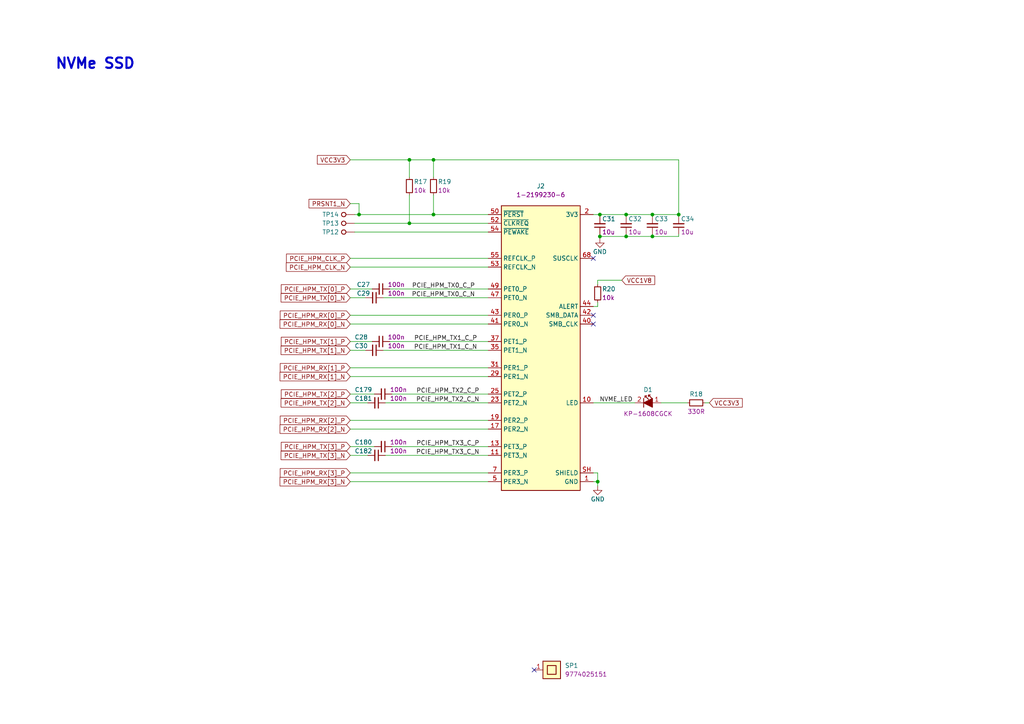
<source format=kicad_sch>
(kicad_sch (version 20211123) (generator eeschema)
  (paper "A4")
  (title_block (title "Artix - Datacenter Secure Control Module (DC-SCM)") (date "2023-08-09") (rev "1.1.1"))
  (lib_symbols
    (symbol "C_100n_6V3_0402_1" (pin_numbers hide) (pin_names hide)
      (property "Reference" "C" (at 20.32 -5.08 0))
      (property "Val" "100n" (at 20.32 -7.62 0))
      (symbol "C_100n_6V3_0402_1_0_1"
        (polyline (pts (xy 2.032 -1.524) (xy 2.032 1.524)) (stroke (width 0.3048)))
        (polyline (pts (xy 3.048 -1.524) (xy 3.048 1.524)) (stroke (width 0.3302)))
      )
      (symbol "C_100n_6V3_0402_1_1_1"
        (pin passive line (at 0 0 0) (length 2.032) (name "~") (number "1"))
        (pin passive line (at 5.08 0 180) (length 2.032) (name "~") (number "2"))
      )
    )
    (symbol "C_100n_6V3_0402_2" (pin_numbers hide) (pin_names hide)
      (property "Reference" "C" (at 20.32 -5.08 0))
      (property "Val" "100n" (at 20.32 -7.62 0))
      (symbol "C_100n_6V3_0402_2_0_1"
        (polyline (pts (xy 2.032 -1.524) (xy 2.032 1.524)) (stroke (width 0.3048)))
        (polyline (pts (xy 3.048 -1.524) (xy 3.048 1.524)) (stroke (width 0.3302)))
      )
      (symbol "C_100n_6V3_0402_2_1_1"
        (pin passive line (at 0 0 0) (length 2.032) (name "~") (number "1"))
        (pin passive line (at 5.08 0 180) (length 2.032) (name "~") (number "2"))
      )
    )
    (symbol "C_100n_6V3_0402_3" (pin_numbers hide) (pin_names hide)
      (property "Reference" "C" (at 20.32 -5.08 0))
      (property "Val" "100n" (at 20.32 -7.62 0))
      (symbol "C_100n_6V3_0402_3_0_1"
        (polyline (pts (xy 2.032 -1.524) (xy 2.032 1.524)) (stroke (width 0.3048)))
        (polyline (pts (xy 3.048 -1.524) (xy 3.048 1.524)) (stroke (width 0.3302)))
      )
      (symbol "C_100n_6V3_0402_3_1_1"
        (pin passive line (at 0 0 0) (length 2.032) (name "~") (number "1"))
        (pin passive line (at 5.08 0 180) (length 2.032) (name "~") (number "2"))
      )
    )
    (symbol "C_100n_6V3_0402_4" (pin_numbers hide) (pin_names hide)
      (property "Reference" "C" (at 20.32 -5.08 0))
      (property "Val" "100n" (at 20.32 -7.62 0))
      (symbol "C_100n_6V3_0402_4_0_1"
        (polyline (pts (xy 2.032 -1.524) (xy 2.032 1.524)) (stroke (width 0.3048)))
        (polyline (pts (xy 3.048 -1.524) (xy 3.048 1.524)) (stroke (width 0.3302)))
      )
      (symbol "C_100n_6V3_0402_4_1_1"
        (pin passive line (at 0 0 0) (length 2.032) (name "~") (number "1"))
        (pin passive line (at 5.08 0 180) (length 2.032) (name "~") (number "2"))
      )
    )
    (symbol "C_100n_6V3_0402_5" (pin_numbers hide) (pin_names hide)
      (property "Reference" "C" (at 20.32 -5.08 0))
      (property "Val" "100n" (at 20.32 -7.62 0))
      (symbol "C_100n_6V3_0402_5_0_1"
        (polyline (pts (xy 2.032 -1.524) (xy 2.032 1.524)) (stroke (width 0.3048)))
        (polyline (pts (xy 3.048 -1.524) (xy 3.048 1.524)) (stroke (width 0.3302)))
      )
      (symbol "C_100n_6V3_0402_5_1_1"
        (pin passive line (at 0 0 0) (length 2.032) (name "~") (number "1"))
        (pin passive line (at 5.08 0 180) (length 2.032) (name "~") (number "2"))
      )
    )
    (symbol "C_100n_6V3_0402_6" (pin_numbers hide) (pin_names hide)
      (property "Reference" "C" (at 20.32 -5.08 0))
      (property "Val" "100n" (at 20.32 -7.62 0))
      (symbol "C_100n_6V3_0402_6_0_1"
        (polyline (pts (xy 2.032 -1.524) (xy 2.032 1.524)) (stroke (width 0.3048)))
        (polyline (pts (xy 3.048 -1.524) (xy 3.048 1.524)) (stroke (width 0.3302)))
      )
      (symbol "C_100n_6V3_0402_6_1_1"
        (pin passive line (at 0 0 0) (length 2.032) (name "~") (number "1"))
        (pin passive line (at 5.08 0 180) (length 2.032) (name "~") (number "2"))
      )
    )
    (symbol "C_100n_6V3_0402_7" (pin_numbers hide) (pin_names hide)
      (property "Reference" "C" (at 20.32 -5.08 0))
      (property "Val" "100n" (at 20.32 -7.62 0))
      (symbol "C_100n_6V3_0402_7_0_1"
        (polyline (pts (xy 2.032 -1.524) (xy 2.032 1.524)) (stroke (width 0.3048)))
        (polyline (pts (xy 3.048 -1.524) (xy 3.048 1.524)) (stroke (width 0.3302)))
      )
      (symbol "C_100n_6V3_0402_7_1_1"
        (pin passive line (at 0 0 0) (length 2.032) (name "~") (number "1"))
        (pin passive line (at 5.08 0 180) (length 2.032) (name "~") (number "2"))
      )
    )
    (symbol "C_10u_0402_1" (pin_numbers hide) (pin_names hide)
      (property "Reference" "C" (at 20.32 -5.08 0))
      (property "Val" "10u" (at 20.32 -7.62 0))
      (symbol "C_10u_0402_1_0_1"
        (polyline (pts (xy 2.032 -1.524) (xy 2.032 1.524)) (stroke (width 0.3048)))
        (polyline (pts (xy 3.048 -1.524) (xy 3.048 1.524)) (stroke (width 0.3302)))
      )
      (symbol "C_10u_0402_1_1_1"
        (pin passive line (at 0 0 0) (length 2.032) (name "~") (number "1"))
        (pin passive line (at 5.08 0 180) (length 2.032) (name "~") (number "2"))
      )
    )
    (symbol "C_10u_0402_2" (pin_numbers hide) (pin_names hide)
      (property "Reference" "C" (at 20.32 -5.08 0))
      (property "Val" "10u" (at 20.32 -7.62 0))
      (symbol "C_10u_0402_2_0_1"
        (polyline (pts (xy 2.032 -1.524) (xy 2.032 1.524)) (stroke (width 0.3048)))
        (polyline (pts (xy 3.048 -1.524) (xy 3.048 1.524)) (stroke (width 0.3302)))
      )
      (symbol "C_10u_0402_2_1_1"
        (pin passive line (at 0 0 0) (length 2.032) (name "~") (number "1"))
        (pin passive line (at 5.08 0 180) (length 2.032) (name "~") (number "2"))
      )
    )
    (symbol "C_10u_0402_3" (pin_numbers hide) (pin_names hide)
      (property "Reference" "C" (at 20.32 -5.08 0))
      (property "Val" "10u" (at 20.32 -7.62 0))
      (symbol "C_10u_0402_3_0_1"
        (polyline (pts (xy 2.032 -1.524) (xy 2.032 1.524)) (stroke (width 0.3048)))
        (polyline (pts (xy 3.048 -1.524) (xy 3.048 1.524)) (stroke (width 0.3302)))
      )
      (symbol "C_10u_0402_3_1_1"
        (pin passive line (at 0 0 0) (length 2.032) (name "~") (number "1"))
        (pin passive line (at 5.08 0 180) (length 2.032) (name "~") (number "2"))
      )
    )
    (symbol "R_10k_0402_1" (pin_numbers hide) (pin_names hide)
      (property "Reference" "R" (at 20.32 -5.08 0))
      (property "Val" "10k" (at 20.32 -7.62 0))
      (symbol "R_10k_0402_1_0_1"
        (rectangle (start 0.635 0.889) (end 4.445 -0.889) (stroke (width 0.254)))
      )
      (symbol "R_10k_0402_1_1_1"
        (pin passive line (at 0 0 0) (length 0.635) (name "~") (number "1"))
        (pin passive line (at 5.08 0 180) (length 0.635) (name "~") (number "2"))
      )
    )
    (symbol "R_10k_0402_2" (pin_numbers hide) (pin_names hide)
      (property "Reference" "R" (at 20.32 -5.08 0))
      (property "Val" "10k" (at 20.32 -7.62 0))
      (symbol "R_10k_0402_2_0_1"
        (rectangle (start 0.635 0.889) (end 4.445 -0.889) (stroke (width 0.254)))
      )
      (symbol "R_10k_0402_2_1_1"
        (pin passive line (at 0 0 0) (length 0.635) (name "~") (number "1"))
        (pin passive line (at 5.08 0 180) (length 0.635) (name "~") (number "2"))
      )
    )
    (symbol "TP_1mm_SMD_1" (pin_numbers hide) (pin_names hide)
      (property "Reference" "TP" (at 15.24 -5.08 0))
      (property "Value" "TP_1mm_SMD_1" (at 15.24 -7.62 0))
      (symbol "TP_1mm_SMD_1_1_1"
        (circle (center 3.175 0) (radius 0.635) (stroke (width 0.254)))
        (pin passive line (at 0 0 0) (length 2.54) (name "1") (number "1"))
      )
    )
    (symbol "TP_1mm_SMD_2" (pin_numbers hide) (pin_names hide)
      (property "Reference" "TP" (at 15.24 -5.08 0))
      (property "Value" "TP_1mm_SMD_2" (at 15.24 -7.62 0))
      (symbol "TP_1mm_SMD_2_1_1"
        (circle (center 3.175 0) (radius 0.635) (stroke (width 0.254)))
        (pin passive line (at 0 0 0) (length 2.54) (name "1") (number "1"))
      )
    )
    (symbol "antmicroCapacitors0402:C_10u_0402" (pin_numbers hide) (pin_names hide)
      (property "Reference" "C" (at 20.32 -5.08 0))
      (property "Val" "10u" (at 20.32 -7.62 0))
      (symbol "C_10u_0402_0_1"
        (polyline (pts (xy 2.032 -1.524) (xy 2.032 1.524)) (stroke (width 0.3048)))
        (polyline (pts (xy 3.048 -1.524) (xy 3.048 1.524)) (stroke (width 0.3302)))
      )
      (symbol "C_10u_0402_1_1"
        (pin passive line (at 0 0 0) (length 2.032) (name "~") (number "1"))
        (pin passive line (at 5.08 0 180) (length 2.032) (name "~") (number "2"))
      )
    )
    (symbol "antmicroCapacitorsmisc:C_100n_6V3_0402" (pin_numbers hide) (pin_names hide)
      (property "Reference" "C" (at 20.32 -5.08 0))
      (property "Val" "100n" (at 20.32 -7.62 0))
      (symbol "C_100n_6V3_0402_0_1"
        (polyline (pts (xy 2.032 -1.524) (xy 2.032 1.524)) (stroke (width 0.3048)))
        (polyline (pts (xy 3.048 -1.524) (xy 3.048 1.524)) (stroke (width 0.3302)))
      )
      (symbol "C_100n_6V3_0402_1_1"
        (pin passive line (at 0 0 0) (length 2.032) (name "~") (number "1"))
        (pin passive line (at 5.08 0 180) (length 2.032) (name "~") (number "2"))
      )
    )
    (symbol "antmicroLEDIndicationDiscrete:LED_G_0603_KP-1608CGCK" (pin_names hide)
      (property "Reference" "D" (at 22.86 -5.08 0))
      (property "Value" "LED_G_0603_KP-1608CGCK" (at 22.86 -7.62 0))
      (symbol "LED_G_0603_KP-1608CGCK_1_1"
        (polyline (pts (xy 5.08 1.27) (xy 5.08 -1.27)) (stroke (width 0.254)))
        (polyline (pts (xy 2.54 1.27) (xy 2.54 -1.27) (xy 5.08 0) (xy 2.54 1.27)) (stroke (width 0.254)) (fill (type outline)))
        (polyline (pts (xy 3.683 2.286) (xy 3.683 1.778) (xy 3.683 2.286) (xy 3.175 2.286) (xy 3.683 2.286) (xy 2.794 1.397)) (stroke (width 0.254)))
        (polyline (pts (xy 4.699 2.032) (xy 4.699 1.524) (xy 4.699 2.032) (xy 4.191 2.032) (xy 4.699 2.032) (xy 3.683 1.016)) (stroke (width 0.254)))
        (pin passive line (at 0 0 0) (length 2.54) (name "1") (number "1"))
        (pin passive line (at 7.62 0 180) (length 2.54) (name "2") (number "2"))
      )
    )
    (symbol "antmicroMechanicalParts:Spacer_H2.5mm_9774025151"
      (property "Reference" "H" (at 22.86 -2.54 0))
      (property "Value" "Spacer_H2.5mm_9774025151" (at 22.86 -5.08 0))
      (symbol "Spacer_H2.5mm_9774025151_1_1"
        (rectangle (start 2.54 -2.54) (end 7.62 2.54) (stroke (width 0.254)) (fill (type background)))
        (rectangle (start 3.81 -1.27) (end 6.35 1.27) (stroke (width 0.254)) (fill (type background)))
        (pin passive line (at 0 0 0) (length 2.54) (name "~") (number "1"))
      )
    )
    (symbol "antmicroPciConnectors:Bus_M.2_1-2199230-6"
      (property "Reference" "A" (at 45.72 0 0))
      (property "Value" "Bus_M.2_1-2199230-6" (at 45.72 -2.54 0))
      (symbol "Bus_M.2_1-2199230-6_1_1"
        (rectangle (start 3.81 2.54) (end 26.67 -80.01) (stroke (width 0.254)) (fill (type background)))
        (pin power_in line (at 30.48 -77.47 180) (length 3.81) (name "GND") (number "1"))
        (pin passive line (at 30.48 -54.61 180) (length 3.81) (name "LED") (number "10"))
        (pin input line (at 0 -69.85 0) (length 3.81) (name "PET3_N") (number "11"))
        (pin passive line (at 30.48 0 180) (length 3.81) hide (name "3V3") (number "12"))
        (pin input line (at 0 -67.31 0) (length 3.81) (name "PET3_P") (number "13"))
        (pin passive line (at 30.48 0 180) (length 3.81) hide (name "3V3") (number "14"))
        (pin passive line (at 30.48 -77.47 180) (length 3.81) hide (name "GND") (number "15"))
        (pin passive line (at 30.48 0 180) (length 3.81) hide (name "3V3") (number "16"))
        (pin output line (at 0 -62.23 0) (length 3.81) (name "PER2_N") (number "17"))
        (pin passive line (at 30.48 0 180) (length 3.81) hide (name "3V3") (number "18"))
        (pin output line (at 0 -59.69 0) (length 3.81) (name "PER2_P") (number "19"))
        (pin power_in line (at 30.48 0 180) (length 3.81) (name "3V3") (number "2"))
        (pin no_connect line (at 26.67 -59.69 180) (length 3.81) hide (name "NC") (number "20"))
        (pin passive line (at 30.48 -77.47 180) (length 3.81) hide (name "GND") (number "21"))
        (pin no_connect line (at 26.67 -60.96 180) (length 3.81) hide (name "NC") (number "22"))
        (pin input line (at 0 -54.61 0) (length 3.81) (name "PET2_N") (number "23"))
        (pin no_connect line (at 26.67 -62.23 180) (length 3.81) hide (name "NC") (number "24"))
        (pin input line (at 0 -52.07 0) (length 3.81) (name "PET2_P") (number "25"))
        (pin no_connect line (at 26.67 -63.5 180) (length 3.81) hide (name "NC") (number "26"))
        (pin passive line (at 30.48 -77.47 180) (length 3.81) hide (name "GND") (number "27"))
        (pin no_connect line (at 26.67 -64.77 180) (length 3.81) hide (name "NC") (number "28"))
        (pin output line (at 0 -46.99 0) (length 3.81) (name "PER1_N") (number "29"))
        (pin passive line (at 30.48 -77.47 180) (length 3.81) hide (name "GND") (number "3"))
        (pin no_connect line (at 26.67 -66.04 180) (length 3.81) hide (name "NC") (number "30"))
        (pin output line (at 0 -44.45 0) (length 3.81) (name "PER1_P") (number "31"))
        (pin no_connect line (at 26.67 -67.31 180) (length 3.81) hide (name "NC") (number "32"))
        (pin passive line (at 30.48 -77.47 180) (length 3.81) hide (name "GND") (number "33"))
        (pin no_connect line (at 26.67 -69.85 180) (length 3.81) hide (name "NC") (number "34"))
        (pin input line (at 0 -39.37 0) (length 3.81) (name "PET1_N") (number "35"))
        (pin no_connect line (at 26.67 -71.12 180) (length 3.81) hide (name "NC") (number "36"))
        (pin input line (at 0 -36.83 0) (length 3.81) (name "PET1_P") (number "37"))
        (pin no_connect line (at 26.67 -72.39 180) (length 3.81) hide (name "NC") (number "38"))
        (pin passive line (at 30.48 -77.47 180) (length 3.81) hide (name "GND") (number "39"))
        (pin passive line (at 30.48 0 180) (length 3.81) hide (name "3V3") (number "4"))
        (pin input line (at 30.48 -31.75 180) (length 3.81) (name "SMB_CLK") (number "40"))
        (pin output line (at 0 -31.75 0) (length 3.81) (name "PER0_N") (number "41"))
        (pin bidirectional line (at 30.48 -29.21 180) (length 3.81) (name "SMB_DATA") (number "42"))
        (pin output line (at 0 -29.21 0) (length 3.81) (name "PER0_P") (number "43"))
        (pin output line (at 30.48 -26.67 180) (length 3.81) (name "ALERT") (number "44"))
        (pin passive line (at 30.48 -77.47 180) (length 3.81) hide (name "GND") (number "45"))
        (pin no_connect line (at 26.67 -73.66 180) (length 3.81) hide (name "NC") (number "46"))
        (pin input line (at 0 -24.13 0) (length 3.81) (name "PET0_N") (number "47"))
        (pin no_connect line (at 26.67 -58.42 180) (length 3.81) hide (name "NC") (number "48"))
        (pin input line (at 0 -21.59 0) (length 3.81) (name "PET0_P") (number "49"))
        (pin output line (at 0 -77.47 0) (length 3.81) (name "PER3_N") (number "5"))
        (pin input line (at 0 0 0) (length 3.81) (name "~{PERST}") (number "50"))
        (pin passive line (at 30.48 -77.47 180) (length 3.81) hide (name "GND") (number "51"))
        (pin output line (at 0 -2.54 0) (length 3.81) (name "~{CLKREQ}") (number "52"))
        (pin input line (at 0 -15.24 0) (length 3.81) (name "REFCLK_N") (number "53"))
        (pin input line (at 0 -5.08 0) (length 3.81) (name "~{PEWAKE}") (number "54"))
        (pin input line (at 0 -12.7 0) (length 3.81) (name "REFCLK_P") (number "55"))
        (pin no_connect line (at 26.67 -57.15 180) (length 3.81) hide (name "NC") (number "56"))
        (pin passive line (at 30.48 -77.47 180) (length 3.81) hide (name "GND") (number "57"))
        (pin no_connect line (at 26.67 -55.88 180) (length 3.81) hide (name "NC") (number "58"))
        (pin no_connect line (at 26.67 -52.07 180) (length 3.81) hide (name "NC") (number "6"))
        (pin no_connect line (at 26.67 -50.8 180) (length 3.81) hide (name "NC") (number "67"))
        (pin input line (at 30.48 -12.7 180) (length 3.81) (name "SUSCLK") (number "68"))
        (pin no_connect line (at 26.67 -49.53 180) (length 3.81) hide (name "NC") (number "69"))
        (pin output line (at 0 -74.93 0) (length 3.81) (name "PER3_P") (number "7"))
        (pin passive line (at 30.48 0 180) (length 3.81) hide (name "3V3") (number "70"))
        (pin passive line (at 30.48 -77.47 180) (length 3.81) hide (name "GND") (number "71"))
        (pin passive line (at 30.48 0 180) (length 3.81) hide (name "3V3") (number "72"))
        (pin passive line (at 30.48 -77.47 180) (length 3.81) hide (name "GND") (number "73"))
        (pin passive line (at 30.48 0 180) (length 3.81) hide (name "3V3") (number "74"))
        (pin passive line (at 30.48 -77.47 180) (length 3.81) hide (name "GND") (number "75"))
        (pin no_connect line (at 26.67 -68.58 180) (length 3.81) hide (name "NC") (number "8"))
        (pin passive line (at 30.48 -77.47 180) (length 3.81) hide (name "GND") (number "9"))
        (pin passive line (at 30.48 -74.93 180) (length 3.81) (name "SHIELD") (number "SH"))
      )
    )
    (symbol "antmicroResistors0402:R_10k_0402" (pin_numbers hide) (pin_names hide)
      (property "Reference" "R" (at 20.32 -5.08 0))
      (property "Val" "10k" (at 20.32 -7.62 0))
      (symbol "R_10k_0402_0_1"
        (rectangle (start 0.635 0.889) (end 4.445 -0.889) (stroke (width 0.254)))
      )
      (symbol "R_10k_0402_1_1"
        (pin passive line (at 0 0 0) (length 0.635) (name "~") (number "1"))
        (pin passive line (at 5.08 0 180) (length 0.635) (name "~") (number "2"))
      )
    )
    (symbol "antmicroResistors0402:R_330R_0402" (pin_numbers hide) (pin_names hide)
      (property "Reference" "R" (at 20.32 -5.08 0))
      (property "Val" "330R" (at 20.32 -7.62 0))
      (symbol "R_330R_0402_0_1"
        (rectangle (start 0.635 0.889) (end 4.445 -0.889) (stroke (width 0.254)))
      )
      (symbol "R_330R_0402_1_1"
        (pin passive line (at 0 0 0) (length 0.635) (name "~") (number "1"))
        (pin passive line (at 5.08 0 180) (length 0.635) (name "~") (number "2"))
      )
    )
    (symbol "antmicroTestPoints:TP_1mm_SMD" (pin_numbers hide) (pin_names hide)
      (property "Reference" "TP" (at 15.24 -5.08 0))
      (property "Value" "TP_1mm_SMD" (at 15.24 -7.62 0))
      (symbol "TP_1mm_SMD_1_1"
        (circle (center 3.175 0) (radius 0.635) (stroke (width 0.254)))
        (pin passive line (at 0 0 0) (length 2.54) (name "1") (number "1"))
      )
    )
    (symbol "antmicropower:GND" (power) (pin_names (offset 0))
      (property "Value" "GND" (at 0 -3.81 0))
      (symbol "GND_0_1"
        (polyline (pts (xy 0 0) (xy 0 -1.27) (xy 1.27 -1.27) (xy 0 -2.54) (xy -1.27 -1.27) (xy 0 -1.27)))
      )
      (symbol "GND_1_1"
        (pin power_in line (at 0 0 270) (length 0) hide (name "GND") (number "1"))
      )
    )
  )
  (junction (at 173.355 139.7))
  (junction (at 118.745 46.355))
  (junction (at 118.745 64.77))
  (junction (at 189.23 62.23))
  (junction (at 181.61 62.23))
  (junction (at 181.61 68.58))
  (junction (at 173.99 62.23))
  (junction (at 196.85 62.23))
  (junction (at 125.73 62.23))
  (junction (at 173.99 68.58))
  (junction (at 189.23 68.58))
  (junction (at 104.14 62.23))
  (junction (at 125.73 46.355))
  (no_connect (at 154.94 194.31))
  (no_connect (at 172.085 91.44))
  (no_connect (at 172.085 93.98))
  (no_connect (at 172.085 74.93))
  (wire (pts (xy 107.95 99.06) (xy 101.6 99.06)))
  (wire (pts (xy 173.99 62.23) (xy 173.99 62.865)))
  (wire (pts (xy 141.605 114.3) (xy 113.665 114.3)))
  (wire (pts (xy 102.87 64.77) (xy 118.745 64.77)))
  (wire (pts (xy 101.6 124.46) (xy 141.605 124.46)))
  (wire (pts (xy 125.73 56.515) (xy 125.73 62.23)))
  (wire (pts (xy 118.745 46.355) (xy 101.6 46.355)))
  (wire (pts (xy 118.745 51.435) (xy 118.745 46.355)))
  (wire (pts (xy 172.085 88.9) (xy 173.355 88.9)))
  (wire (pts (xy 107.95 83.82) (xy 101.6 83.82)))
  (wire (pts (xy 204.47 116.84) (xy 205.74 116.84)))
  (wire (pts (xy 181.61 68.58) (xy 189.23 68.58)))
  (wire (pts (xy 104.14 62.23) (xy 125.73 62.23)))
  (wire (pts (xy 101.6 137.16) (xy 141.605 137.16)))
  (wire (pts (xy 173.99 68.58) (xy 173.99 69.215)))
  (wire (pts (xy 125.73 62.23) (xy 141.605 62.23)))
  (wire (pts (xy 172.085 139.7) (xy 173.355 139.7)))
  (wire (pts (xy 101.6 121.92) (xy 141.605 121.92)))
  (wire (pts (xy 106.045 86.36) (xy 101.6 86.36)))
  (wire (pts (xy 173.355 81.28) (xy 173.355 82.55)))
  (wire (pts (xy 196.85 62.23) (xy 189.23 62.23)))
  (wire (pts (xy 172.085 62.23) (xy 173.99 62.23)))
  (wire (pts (xy 191.77 116.84) (xy 199.39 116.84)))
  (wire (pts (xy 189.23 68.58) (xy 196.85 68.58)))
  (wire (pts (xy 173.355 87.63) (xy 173.355 88.9)))
  (wire (pts (xy 172.085 137.16) (xy 173.355 137.16)))
  (wire (pts (xy 196.85 62.23) (xy 196.85 62.865)))
  (wire (pts (xy 196.85 68.58) (xy 196.85 67.945)))
  (wire (pts (xy 101.6 77.47) (xy 141.605 77.47)))
  (wire (pts (xy 141.605 83.82) (xy 113.03 83.82)))
  (wire (pts (xy 118.745 56.515) (xy 118.745 64.77)))
  (wire (pts (xy 172.085 116.84) (xy 184.15 116.84)))
  (wire (pts (xy 180.34 81.28) (xy 173.355 81.28)))
  (wire (pts (xy 181.61 62.23) (xy 181.61 62.865)))
  (wire (pts (xy 106.68 116.84) (xy 101.6 116.84)))
  (wire (pts (xy 173.99 68.58) (xy 181.61 68.58)))
  (wire (pts (xy 102.87 62.23) (xy 104.14 62.23)))
  (wire (pts (xy 108.585 114.3) (xy 101.6 114.3)))
  (wire (pts (xy 101.6 106.68) (xy 141.605 106.68)))
  (wire (pts (xy 125.73 46.355) (xy 196.85 46.355)))
  (wire (pts (xy 189.23 62.23) (xy 181.61 62.23)))
  (wire (pts (xy 101.6 109.22) (xy 141.605 109.22)))
  (wire (pts (xy 118.745 64.77) (xy 141.605 64.77)))
  (wire (pts (xy 173.355 137.16) (xy 173.355 139.7)))
  (wire (pts (xy 101.6 93.98) (xy 141.605 93.98)))
  (wire (pts (xy 173.355 139.7) (xy 173.355 140.97)))
  (wire (pts (xy 104.14 59.055) (xy 104.14 62.23)))
  (wire (pts (xy 101.6 59.055) (xy 104.14 59.055)))
  (wire (pts (xy 125.73 46.355) (xy 118.745 46.355)))
  (wire (pts (xy 106.68 132.08) (xy 101.6 132.08)))
  (wire (pts (xy 111.76 116.84) (xy 141.605 116.84)))
  (wire (pts (xy 173.99 67.945) (xy 173.99 68.58)))
  (wire (pts (xy 196.85 46.355) (xy 196.85 62.23)))
  (wire (pts (xy 173.99 62.23) (xy 181.61 62.23)))
  (wire (pts (xy 108.585 129.54) (xy 101.6 129.54)))
  (wire (pts (xy 111.125 101.6) (xy 141.605 101.6)))
  (wire (pts (xy 101.6 91.44) (xy 141.605 91.44)))
  (wire (pts (xy 102.87 67.31) (xy 141.605 67.31)))
  (wire (pts (xy 111.125 86.36) (xy 141.605 86.36)))
  (wire (pts (xy 101.6 139.7) (xy 141.605 139.7)))
  (wire (pts (xy 189.23 67.945) (xy 189.23 68.58)))
  (wire (pts (xy 181.61 67.945) (xy 181.61 68.58)))
  (wire (pts (xy 141.605 99.06) (xy 113.03 99.06)))
  (wire (pts (xy 141.605 129.54) (xy 113.665 129.54)))
  (wire (pts (xy 189.23 62.23) (xy 189.23 62.865)))
  (wire (pts (xy 125.73 51.435) (xy 125.73 46.355)))
  (wire (pts (xy 106.045 101.6) (xy 101.6 101.6)))
  (wire (pts (xy 111.76 132.08) (xy 141.605 132.08)))
  (wire (pts (xy 101.6 74.93) (xy 141.605 74.93)))
  (text "NVMe SSD" (at 15.875 20.32 0) (effects (font (size 2.9972 2.9972) (thickness 0.5994) bold) (justify left bottom)))
  (label "NVME_LED" (at 183.515 116.84 180))
  (label "PCIE_HPM_TX1_C_P" (at 138.43 99.06 180))
  (label "PCIE_HPM_TX3_C_N" (at 139.065 132.08 180))
  (label "PCIE_HPM_TX0_C_N" (at 137.795 86.36 180))
  (label "PCIE_HPM_TX1_C_N" (at 138.43 101.6 180))
  (label "PCIE_HPM_TX2_C_P" (at 139.065 114.3 180))
  (label "PCIE_HPM_TX3_C_P" (at 139.065 129.54 180))
  (label "PCIE_HPM_TX0_C_P" (at 137.795 83.82 180))
  (label "PCIE_HPM_TX2_C_N" (at 139.065 116.84 180))
  (global_label "PCIE_HPM_CLK_P" (shape input) (at 101.6 74.93 180) (property "Intersheet References" "${INTERSHEET_REFS}" (effects hide)))
  (global_label "PRSNT1_N" (shape input) (at 101.6 59.055 180) (property "Intersheet References" "${INTERSHEET_REFS}" (effects hide)))
  (global_label "PCIE_HPM_RX[2]_P" (shape input) (at 101.6 121.92 180) (property "Intersheet References" "${INTERSHEET_REFS}" (effects hide)))
  (global_label "PCIE_HPM_TX[1]_P" (shape input) (at 101.6 99.06 180) (property "Intersheet References" "${INTERSHEET_REFS}" (effects hide)))
  (global_label "PCIE_HPM_RX[0]_N" (shape input) (at 101.6 93.98 180) (property "Intersheet References" "${INTERSHEET_REFS}" (effects hide)))
  (global_label "PCIE_HPM_TX[3]_N" (shape input) (at 101.6 132.08 180) (property "Intersheet References" "${INTERSHEET_REFS}" (effects hide)))
  (global_label "PCIE_HPM_TX[3]_P" (shape input) (at 101.6 129.54 180) (property "Intersheet References" "${INTERSHEET_REFS}" (effects hide)))
  (global_label "PCIE_HPM_TX[2]_P" (shape input) (at 101.6 114.3 180) (property "Intersheet References" "${INTERSHEET_REFS}" (effects hide)))
  (global_label "VCC3V3" (shape input) (at 101.6 46.355 180) (property "Intersheet References" "${INTERSHEET_REFS}" (effects hide)))
  (global_label "PCIE_HPM_TX[0]_P" (shape input) (at 101.6 83.82 180) (property "Intersheet References" "${INTERSHEET_REFS}" (effects hide)))
  (global_label "PCIE_HPM_TX[2]_N" (shape input) (at 101.6 116.84 180) (property "Intersheet References" "${INTERSHEET_REFS}" (effects hide)))
  (global_label "PCIE_HPM_CLK_N" (shape input) (at 101.6 77.47 180) (property "Intersheet References" "${INTERSHEET_REFS}" (effects hide)))
  (global_label "PCIE_HPM_RX[3]_P" (shape input) (at 101.6 137.16 180) (property "Intersheet References" "${INTERSHEET_REFS}" (effects hide)))
  (global_label "VCC1V8" (shape input) (at 180.34 81.28 0) (property "Intersheet References" "${INTERSHEET_REFS}" (effects hide)))
  (global_label "PCIE_HPM_TX[0]_N" (shape input) (at 101.6 86.36 180) (property "Intersheet References" "${INTERSHEET_REFS}" (effects hide)))
  (global_label "PCIE_HPM_RX[2]_N" (shape input) (at 101.6 124.46 180) (property "Intersheet References" "${INTERSHEET_REFS}" (effects hide)))
  (global_label "PCIE_HPM_RX[1]_P" (shape input) (at 101.6 106.68 180) (property "Intersheet References" "${INTERSHEET_REFS}" (effects hide)))
  (global_label "VCC3V3" (shape input) (at 205.74 116.84 0) (property "Intersheet References" "${INTERSHEET_REFS}" (effects hide)))
  (global_label "PCIE_HPM_TX[1]_N" (shape input) (at 101.6 101.6 180) (property "Intersheet References" "${INTERSHEET_REFS}" (effects hide)))
  (global_label "PCIE_HPM_RX[1]_N" (shape input) (at 101.6 109.22 180) (property "Intersheet References" "${INTERSHEET_REFS}" (effects hide)))
  (global_label "PCIE_HPM_RX[0]_P" (shape input) (at 101.6 91.44 180) (property "Intersheet References" "${INTERSHEET_REFS}" (effects hide)))
  (global_label "PCIE_HPM_RX[3]_N" (shape input) (at 101.6 139.7 180) (property "Intersheet References" "${INTERSHEET_REFS}" (effects hide)))
  (symbol (lib_name "C_100n_6V3_0402_3") (lib_id "antmicroCapacitorsmisc:C_100n_6V3_0402") (at 113.03 83.82 180) (unit 1)
    (property "Reference" "C27" (at 105.41 82.55 0))
    (property "Value" "C_100n_6V3_0402" (effects hide))
    (property "Footprint" "antmicro-footprints:C_0402_1005Metric" (effects hide))
    (property "Datasheet" " " (effects hide))
    (property "Manufacturer" "Walsin" (effects hide))
    (property "MPN" "0402X104K6R3CT" (effects hide))
    (property "Val" "100n" (at 114.935 82.55 0))
    (property "License" "Apache-2.0" (effects hide))
    (property "Author" "Antmicro" (effects hide))
  )
  (symbol (lib_name "C_100n_6V3_0402_4") (lib_id "antmicroCapacitorsmisc:C_100n_6V3_0402") (at 111.125 86.36 180) (unit 1)
    (property "Reference" "C29" (at 105.41 85.09 0))
    (property "Value" "C_100n_6V3_0402" (effects hide))
    (property "Footprint" "antmicro-footprints:C_0402_1005Metric" (effects hide))
    (property "Datasheet" " " (effects hide))
    (property "Manufacturer" "Walsin" (effects hide))
    (property "MPN" "0402X104K6R3CT" (effects hide))
    (property "Val" "100n" (at 114.935 85.09 0))
    (property "License" "Apache-2.0" (effects hide))
    (property "Author" "Antmicro" (effects hide))
  )
  (symbol (lib_name "C_100n_6V3_0402_6") (lib_id "antmicroCapacitorsmisc:C_100n_6V3_0402") (at 113.03 99.06 180) (unit 1)
    (property "Reference" "C28" (at 104.775 97.79 0))
    (property "Value" "C_100n_6V3_0402" (effects hide))
    (property "Footprint" "antmicro-footprints:C_0402_1005Metric" (effects hide))
    (property "Datasheet" " " (effects hide))
    (property "Manufacturer" "Walsin" (effects hide))
    (property "MPN" "0402X104K6R3CT" (effects hide))
    (property "Val" "100n" (at 114.935 97.79 0))
    (property "License" "Apache-2.0" (effects hide))
    (property "Author" "Antmicro" (effects hide))
  )
  (symbol (lib_name "C_100n_6V3_0402_7") (lib_id "antmicroCapacitorsmisc:C_100n_6V3_0402") (at 111.125 101.6 180) (unit 1)
    (property "Reference" "C30" (at 104.775 100.33 0))
    (property "Value" "C_100n_6V3_0402" (effects hide))
    (property "Footprint" "antmicro-footprints:C_0402_1005Metric" (effects hide))
    (property "Datasheet" " " (effects hide))
    (property "Manufacturer" "Walsin" (effects hide))
    (property "MPN" "0402X104K6R3CT" (effects hide))
    (property "Val" "100n" (at 114.935 100.33 0))
    (property "License" "Apache-2.0" (effects hide))
    (property "Author" "Antmicro" (effects hide))
  )
  (symbol (lib_id "antmicroPciConnectors:Bus_M.2_1-2199230-6") (at 141.605 62.23 0) (unit 1)
    (property "Reference" "J2" (at 156.845 53.975 0))
    (property "Value" "Bus_M.2_1-2199230-6" (effects hide))
    (property "Footprint" "antmicro-footprints:Bus_M.2_Socket_Key_M_TE_1-2199230-6" (effects hide))
    (property "Datasheet" "https://www.te.com/commerce/DocumentDelivery/DDEController?Action=srchrtrv&DocNm=2199230&DocType=Customer+Drawing&DocLang=English" (effects hide))
    (property "Manufacturer" "TE Connectivity" (effects hide))
    (property "MPN" "1-2199230-6" (at 156.845 56.515 0))
    (property "Author" "Antmicro" (effects hide))
    (property "License" "Apache-2.0" (effects hide))
  )
  (symbol (lib_name "R_10k_0402_1") (lib_id "antmicroResistors0402:R_10k_0402") (at 118.745 51.435 270) (unit 1)
    (property "Reference" "R17" (at 120.015 52.705 90) (effects (justify left)))
    (property "Value" "R_10k_0402" (effects hide))
    (property "Footprint" "antmicro-footprints:R_0402_1005Metric" (effects hide))
    (property "Datasheet" "https://www.bourns.com/docs/product-datasheets/cr.pdf" (effects hide))
    (property "Manufacturer" "Bourns" (effects hide))
    (property "MPN" "CR0402-FX-1002GLF" (effects hide))
    (property "Val" "10k" (at 120.015 55.245 90) (effects (justify left)))
    (property "License" "Apache-2.0" (effects hide))
    (property "Author" "Antmicro" (effects hide))
    (property "Tolerance" "1%" (effects hide))
  )
  (symbol (lib_name "R_10k_0402_2") (lib_id "antmicroResistors0402:R_10k_0402") (at 125.73 51.435 270) (unit 1)
    (property "Reference" "R19" (at 127 52.705 90) (effects (justify left)))
    (property "Value" "R_10k_0402" (effects hide))
    (property "Footprint" "antmicro-footprints:R_0402_1005Metric" (effects hide))
    (property "Datasheet" "https://www.bourns.com/docs/product-datasheets/cr.pdf" (effects hide))
    (property "Manufacturer" "Bourns" (effects hide))
    (property "MPN" "CR0402-FX-1002GLF" (effects hide))
    (property "Val" "10k" (at 127 55.245 90) (effects (justify left)))
    (property "License" "Apache-2.0" (effects hide))
    (property "Author" "Antmicro" (effects hide))
    (property "Tolerance" "1%" (effects hide))
  )
  (symbol (lib_id "antmicroResistors0402:R_10k_0402") (at 173.355 82.55 270) (unit 1)
    (property "Reference" "R20" (at 174.625 83.82 90) (effects (justify left)))
    (property "Value" "R_10k_0402" (effects hide))
    (property "Footprint" "antmicro-footprints:R_0402_1005Metric" (effects hide))
    (property "Datasheet" "https://www.bourns.com/docs/product-datasheets/cr.pdf" (effects hide))
    (property "Manufacturer" "Bourns" (effects hide))
    (property "MPN" "CR0402-FX-1002GLF" (effects hide))
    (property "Val" "10k" (at 174.625 86.36 90) (effects (justify left)))
    (property "License" "Apache-2.0" (effects hide))
    (property "Author" "Antmicro" (effects hide))
    (property "Tolerance" "1%" (effects hide))
  )
  (symbol (lib_id "antmicroLEDIndicationDiscrete:LED_G_0603_KP-1608CGCK") (at 191.77 116.84 0) (mirror y) (unit 1)
    (property "Reference" "D1" (at 187.96 113.03 0))
    (property "Value" "LED_G_0603_KP-1608CGCK" (effects hide))
    (property "Footprint" "antmicro-footprints:LED_0603_1608Metric_G" (effects hide))
    (property "Datasheet" "http://www.farnell.com/datasheets/2045956.pdf" (effects hide))
    (property "MPN" "KP-1608CGCK" (at 187.96 120.015 0))
    (property "Manufacturer" "Kingbright" (effects hide))
    (property "Author" "Antmicro" (effects hide))
    (property "License" "Apache-2.0" (effects hide))
  )
  (symbol (lib_id "antmicroResistors0402:R_330R_0402") (at 199.39 116.84 0) (mirror x) (unit 1)
    (property "Reference" "R18" (at 201.93 114.3 0))
    (property "Value" "R_330R_0402" (effects hide))
    (property "Footprint" "antmicro-footprints:R_0402_1005Metric" (effects hide))
    (property "Datasheet" "https://www.bourns.com/docs/product-datasheets/cr.pdf" (effects hide))
    (property "Manufacturer" "Bourns" (effects hide))
    (property "MPN" "CR0402-FX-3300GLF" (effects hide))
    (property "Val" "330R" (at 201.93 119.38 0))
    (property "License" "Apache-2.0" (effects hide))
    (property "Author" "Antmicro" (effects hide))
    (property "Tolerance" "1%" (effects hide))
  )
  (symbol (lib_name "C_10u_0402_3") (lib_id "antmicroCapacitors0402:C_10u_0402") (at 173.99 67.945 90) (unit 1)
    (property "Reference" "C31" (at 174.625 63.5 90) (effects (justify right)))
    (property "Value" "C_10u_0402" (effects hide))
    (property "Footprint" "antmicro-footprints:C_0402_1005Metric" (effects hide))
    (property "Datasheet" " " (effects hide))
    (property "Manufacturer" "Yaego" (effects hide))
    (property "MPN" "CC0402MRX5R5BB106" (effects hide))
    (property "Val" "10u" (at 174.625 67.31 90) (effects (justify right)))
    (property "License" "Apache-2.0" (effects hide))
    (property "Author" "Antmicro" (effects hide))
  )
  (symbol (lib_id "antmicroCapacitors0402:C_10u_0402") (at 181.61 67.945 90) (unit 1)
    (property "Reference" "C32" (at 182.245 63.5 90) (effects (justify right)))
    (property "Value" "C_10u_0402" (effects hide))
    (property "Footprint" "antmicro-footprints:C_0402_1005Metric" (effects hide))
    (property "Datasheet" " " (effects hide))
    (property "Manufacturer" "Yaego" (effects hide))
    (property "MPN" "CC0402MRX5R5BB106" (effects hide))
    (property "Val" "10u" (at 182.245 67.31 90) (effects (justify right)))
    (property "License" "Apache-2.0" (effects hide))
    (property "Author" "Antmicro" (effects hide))
  )
  (symbol (lib_name "C_10u_0402_2") (lib_id "antmicroCapacitors0402:C_10u_0402") (at 189.23 67.945 90) (unit 1)
    (property "Reference" "C33" (at 189.865 63.5 90) (effects (justify right)))
    (property "Value" "C_10u_0402" (effects hide))
    (property "Footprint" "antmicro-footprints:C_0402_1005Metric" (effects hide))
    (property "Datasheet" " " (effects hide))
    (property "Manufacturer" "Yaego" (effects hide))
    (property "MPN" "CC0402MRX5R5BB106" (effects hide))
    (property "Val" "10u" (at 189.865 67.31 90) (effects (justify right)))
    (property "License" "Apache-2.0" (effects hide))
    (property "Author" "Antmicro" (effects hide))
  )
  (symbol (lib_name "C_10u_0402_1") (lib_id "antmicroCapacitors0402:C_10u_0402") (at 196.85 67.945 90) (unit 1)
    (property "Reference" "C34" (at 197.485 63.5 90) (effects (justify right)))
    (property "Value" "C_10u_0402" (effects hide))
    (property "Footprint" "antmicro-footprints:C_0402_1005Metric" (effects hide))
    (property "Datasheet" " " (effects hide))
    (property "Manufacturer" "Yaego" (effects hide))
    (property "MPN" "CC0402MRX5R5BB106" (effects hide))
    (property "Val" "10u" (at 197.485 67.31 90) (effects (justify right)))
    (property "License" "Apache-2.0" (effects hide))
    (property "Author" "Antmicro" (effects hide))
  )
  (symbol (lib_name "C_100n_6V3_0402_5") (lib_id "antmicroCapacitorsmisc:C_100n_6V3_0402") (at 113.665 114.3 180) (unit 1)
    (property "Reference" "C179" (at 105.41 113.03 0))
    (property "Value" "C_100n_6V3_0402" (effects hide))
    (property "Footprint" "antmicro-footprints:C_0402_1005Metric" (effects hide))
    (property "Datasheet" " " (effects hide))
    (property "Manufacturer" "Walsin" (effects hide))
    (property "MPN" "0402X104K6R3CT" (effects hide))
    (property "Val" "100n" (at 115.57 113.03 0))
    (property "License" "Apache-2.0" (effects hide))
    (property "Author" "Antmicro" (effects hide))
  )
  (symbol (lib_id "antmicroCapacitorsmisc:C_100n_6V3_0402") (at 111.76 116.84 180) (unit 1)
    (property "Reference" "C181" (at 105.41 115.57 0))
    (property "Value" "C_100n_6V3_0402" (effects hide))
    (property "Footprint" "antmicro-footprints:C_0402_1005Metric" (effects hide))
    (property "Datasheet" " " (effects hide))
    (property "Manufacturer" "Walsin" (effects hide))
    (property "MPN" "0402X104K6R3CT" (effects hide))
    (property "Val" "100n" (at 115.57 115.57 0))
    (property "License" "Apache-2.0" (effects hide))
    (property "Author" "Antmicro" (effects hide))
  )
  (symbol (lib_name "C_100n_6V3_0402_1") (lib_id "antmicroCapacitorsmisc:C_100n_6V3_0402") (at 113.665 129.54 180) (unit 1)
    (property "Reference" "C180" (at 105.41 128.27 0))
    (property "Value" "C_100n_6V3_0402" (effects hide))
    (property "Footprint" "antmicro-footprints:C_0402_1005Metric" (effects hide))
    (property "Datasheet" " " (effects hide))
    (property "Manufacturer" "Walsin" (effects hide))
    (property "MPN" "0402X104K6R3CT" (effects hide))
    (property "Val" "100n" (at 115.57 128.27 0))
    (property "License" "Apache-2.0" (effects hide))
    (property "Author" "Antmicro" (effects hide))
  )
  (symbol (lib_name "C_100n_6V3_0402_2") (lib_id "antmicroCapacitorsmisc:C_100n_6V3_0402") (at 111.76 132.08 180) (unit 1)
    (property "Reference" "C182" (at 105.41 130.81 0))
    (property "Value" "C_100n_6V3_0402" (effects hide))
    (property "Footprint" "antmicro-footprints:C_0402_1005Metric" (effects hide))
    (property "Datasheet" " " (effects hide))
    (property "Manufacturer" "Walsin" (effects hide))
    (property "MPN" "0402X104K6R3CT" (effects hide))
    (property "Val" "100n" (at 115.57 130.81 0))
    (property "License" "Apache-2.0" (effects hide))
    (property "Author" "Antmicro" (effects hide))
  )
  (symbol (lib_id "antmicroTestPoints:TP_1mm_SMD") (at 102.87 67.31 180) (unit 1)
    (property "Reference" "TP12" (at 95.885 67.31 0))
    (property "Value" "TP_SMD1MM" (effects hide))
    (property "Footprint" "antmicro-footprints:Testpoint_smd_1mm" (effects hide))
    (property "Author" "Antmicro" (effects hide))
    (property "License" "Apache-2.0" (effects hide))
    (property "DNP" "DNP" (effects hide))
  )
  (symbol (lib_name "TP_1mm_SMD_2") (lib_id "antmicroTestPoints:TP_1mm_SMD") (at 102.87 64.77 180) (unit 1)
    (property "Reference" "TP13" (at 95.885 64.77 0))
    (property "Value" "TP_SMD1MM" (effects hide))
    (property "Footprint" "antmicro-footprints:Testpoint_smd_1mm" (effects hide))
    (property "Author" "Antmicro" (effects hide))
    (property "License" "Apache-2.0" (effects hide))
    (property "DNP" "DNP" (effects hide))
  )
  (symbol (lib_name "TP_1mm_SMD_1") (lib_id "antmicroTestPoints:TP_1mm_SMD") (at 102.87 62.23 0) (mirror y) (unit 1)
    (property "Reference" "TP14" (at 95.885 62.23 0))
    (property "Value" "TP_SMD1MM" (effects hide))
    (property "Footprint" "antmicro-footprints:Testpoint_smd_1mm" (effects hide))
    (property "Author" "Antmicro" (effects hide))
    (property "License" "Apache-2.0" (effects hide))
    (property "DNP" "DNP" (effects hide))
  )
  (symbol (lib_id "antmicroMechanicalParts:Spacer_H2.5mm_9774025151") (at 154.94 194.31 0) (unit 1)
    (property "Reference" "SP1" (at 163.83 193.0399 0) (effects (justify left)))
    (property "Value" "Spacer_H2.5mm_9774025151" (effects hide))
    (property "Footprint" "antmicro-footprints:Spacer_SMD_M2.5_H2.5mm_Wurth_9774025151" (effects hide))
    (property "Datasheet" "https://www.we-online.com/components/products/datasheet/9774025151.pdf" (effects hide))
    (property "Manufacturer" "Würth Elektronik" (effects hide))
    (property "MPN" "9774025151" (at 163.83 195.5799 0) (effects (justify left)))
    (property "Author" "Antmicro" (effects hide))
    (property "License" "Apache-2.0" (effects hide))
  )
  (symbol (lib_id "antmicropower:GND") (at 173.355 140.97 0) (unit 1)
    (property "Reference" "#PWR0212" (effects hide))
    (property "Value" "GND" (at 173.355 144.78 0))
  )
  (symbol (lib_id "antmicropower:GND") (at 173.99 69.215 0) (unit 1)
    (property "Reference" "#PWR0213" (effects hide))
    (property "Value" "GND" (at 173.99 73.025 0))
  )
)
</source>
